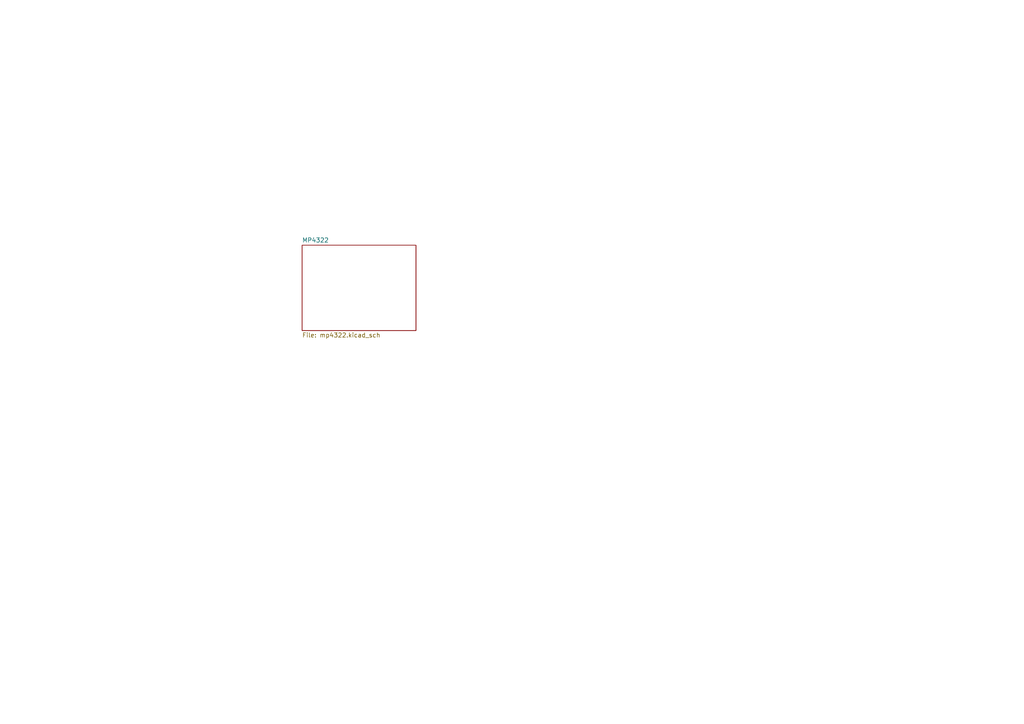
<source format=kicad_sch>
(kicad_sch (version 20211123) (generator eeschema)
  (paper "A4")
  (lib_symbols)
  (sheet (at 87.63 71.12) (size 33.02 24.765) (stroke (width 0.1524))
    (property "Sheet name" "MP4322" (at 87.63 70.4084 0) (effects (justify left bottom)))
    (property "Sheet file" "mp4322.kicad_sch" (at 87.63 96.4696 0) (effects (justify left top)))
  )
)
</source>
